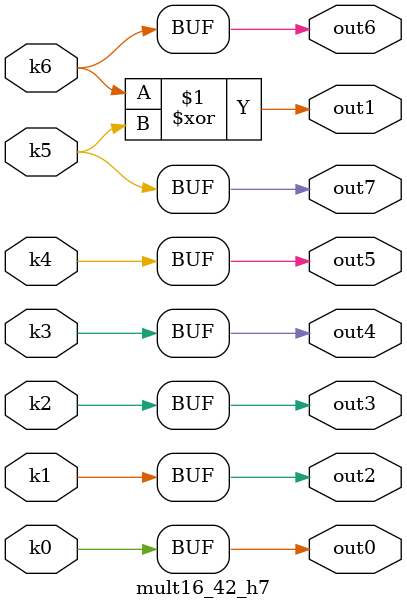
<source format=v>
module mult16_42(pi00, pi01, pi02, pi03, pi04, pi05, pi06, pi07, pi08, pi09, pi10, pi11, po0, po1, po2, po3, po4, po5, po6, po7);
input pi00, pi01, pi02, pi03, pi04, pi05, pi06, pi07, pi08, pi09, pi10, pi11;
output po0, po1, po2, po3, po4, po5, po6, po7;
wire k0, k1, k2, k3, k4, k5, k6;
mult16_42_w7 DUT1 (pi00, pi01, pi02, pi03, pi04, pi05, pi06, pi07, pi08, pi09, pi10, pi11, k0, k1, k2, k3, k4, k5, k6);
mult16_42_h7 DUT2 (k0, k1, k2, k3, k4, k5, k6, po0, po1, po2, po3, po4, po5, po6, po7);
endmodule

module mult16_42_w7(in11, in10, in9, in8, in7, in6, in5, in4, in3, in2, in1, in0, k6, k5, k4, k3, k2, k1, k0);
input in11, in10, in9, in8, in7, in6, in5, in4, in3, in2, in1, in0;
output k6, k5, k4, k3, k2, k1, k0;
assign k0 =   (in0 & ((~in2 & ((~in5 & ((~in11 & ((~in10 & ~in7 & in4 & in9) | (in7 & in6 & ~in9))) | (((in7 & in6 & ~in9) | (in4 & ~in6 & in9)) & (~in10 | in3)) | (in7 & in6 & (~in4 | (in10 & ~in3 & in9))) | (in4 & ((in10 & ~in3 & ~in9 & (~in7 | ~in6)) | (in3 & ~in7 & in9))) | (in1 & ~in7))) | (~in9 & (((~in10 | in3) & (in8 ? (in5 & ~in6) : (in7 & in6))) | (in10 & ~in3 & in4 & ((~in8 & (~in7 | ~in6)) | (in8 & in7 & in5 & in6))) | (in8 & ~in7 & in5 & (in3 | ~in4)))) | ((~in4 | (in10 & ~in3 & in9)) & (in8 ? (in5 & ~in6) : (in7 & in6))) | (in4 & ((in9 & ((~in10 & ((~in7 & in5 & in6) | (~in8 & ~in6))) | (~in8 & in3 & ~in6))) | (~in7 & ((in1 & ~in3) | (in5 & in6 & ~in10 & in8))))) | (in7 & ~in4 & in6 & in9))) | (in6 & ((in4 & ((~in7 & ((in9 & ((in11 & ((~in10 & ~in8 & ~in3 & in5) | (in10 & in3 & ~in5))) | (in3 & (in1 | (~in11 & in10 & ~in8 & in5))) | (in1 & (~in10 | (in8 & in5))))) | (in1 & in8 & in5 & (~in10 | in3)) | (~in11 & in10 & ~in3 & ~in5 & ~in9))) | (in10 & in7 & in5 & ~in9 & ((in11 & ~in8 & in3) | (in1 & in8 & ~in3))))) | (in7 & ((~in8 & ((in10 & ~in3 & in9 & (in1 | (in5 & ~in4))) | (~in9 & ((in1 & (~in10 | in3)) | (in11 & ~in10 & in3 & in5 & ~in4))) | (in1 & ~in4))) | (~in5 & ((in10 & ((in1 & ~in3 & in9) | (in3 & ~in4 & ~in9))) | (in1 & (~in4 | (~in9 & (~in11 | ~in10 | in3)))))) | (in1 & ~in4 & in9))))) | (in4 & ((in1 & (~in8 | ~in5) & ((in10 & ~in3 & ~in9 & (~in7 | ~in6)) | (~in6 & in9 & (~in10 | in3)))) | (in11 & in10 & in3 & in5 & (in8 ? (~in9 & (~in7 | ~in6)) : (~in6 & in9))))) | (in8 & in5 & ((~in4 & (~in6 | (~in7 & ~in9)) & (in1 | (in11 & ~in10 & in3))) | (in1 & ~in6 & ((in10 & ~in3 & in9) | (~in9 & (~in10 | in3)))))))) | (~in0 & ((~in2 & ((in7 & ((in1 & (~in5 | (~in3 & in4))) | (in6 & ((in4 & ((in9 & ((~in10 & in3) | (~in11 & (~in10 | (in3 & ~in5))))) | (in10 & ~in3 & ~in9 & (~in8 | ~in5)) | (~in10 & in8 & in5))) | (in8 & in5 & ~in9 & (~in4 | (~in11 & in3))))))) | ((~in7 | ~in6) & ((in10 & ~in3 & ((~in5 & in9) | (in8 & in5 & in4 & ~in9))) | (~in9 & ((~in10 & (~in8 | ~in5)) | (in3 & (~in5 | (~in11 & ~in8))))) | (~in5 & ~in4))) | (~in8 & ((in10 & ~in3 & in9 & (~in6 | (~in7 & in4))) | (~in4 & (~in6 | (~in7 & (~in10 | in3 | ~in9)))))) | (in8 & in9 & ((in5 & in4 & ~in6 & (~in10 | (~in11 & in3))) | (~in7 & ~in4 & in6))))) | (in1 & (((~in7 | ~in6) & (((~in8 | ~in5) & (~in4 | (in10 & ~in3 & in9) | (~in9 & (~in10 | in3)))) | (in10 & in8 & ~in3 & in5 & in4 & ~in9))) | (in4 & ((in7 & in6 & ((in10 & ~in3 & ~in9 & (~in8 | ~in5)) | ((~in10 | in3) & (in9 | (in8 & in5))) | (in8 & in5 & in9))) | (in8 & in5 & ~in6 & in9 & (~in10 | in3)))) | (~in4 & in6 & ((~in7 & in9) | (in8 & in7 & in5 & ~in9))))) | (~in11 & in10 & ~in3 & in7 & in6 & ~in9 & ~in5 & in4))) | (in1 & ~in2 & ((in8 & (~in4 | (~in10 & in5))) | (~in10 & (in3 | ~in4)) | (~in5 & (~in11 | ~in6)) | ((~in6 | ~in9) & (~in11 | ~in3)) | (~in3 & in4 & ~in11 & ~in8) | (in3 & ~in4)));
assign k1 =   (~in0 | ((((in6 | ~in4 | ~in9) & (~in7 | ~in6 | in9)) | (in8 & in5)) & (~in6 | (in7 ? (in4 | ~in9) : ((~in4 | ~in9) & (~in8 | ~in5)))) & (~in8 | ~in5 | in6 | (in4 & in9)) & (in3 | ~in10 | ~in4))) & (~in4 | ((in3 | ~in10 | (((in7 & in6) | ((~in9 | (in8 & in5)) & (~in8 | ~in5 | in9))) & (~in7 | ~in6 | in9 | (in8 & in5)))) & (~in8 | ~in5 | ~in7 | ~in6 | ~in9))) & (~in8 | ~in5 | in7 | ~in6 | in4 | ~in9);
assign k2 =   ((~in1 ^ in0) & ((((in4 & ~in6 & in9) | (in7 & in6 & ~in9)) & ((in2 & (~in5 | ~in8) & (in3 | ~in10)) | (~in11 & in3 & in5 & in8 & ~in2))) | ((~in7 | ~in6) & ((~in9 & ((~in2 & ((in3 & (~in5 | (~in11 & ~in8))) | (~in10 & (~in5 | ~in8)))) | (~in3 & in10 & in4 & in2 & (~in5 | ~in8)))) | (~in5 & ~in4 & ~in2))) | (in6 & ((in4 & (in2 ? ((~in7 & (((in3 | ~in10) & (in9 | (in5 & in8))) | (in5 & in8 & in9))) | (~in3 & in10 & in5 & in8 & in7 & ~in9)) : (in7 ? ((in9 & ((~in11 & (~in10 | (in3 & ~in5))) | (in3 & ~in10))) | (in10 & ~in9 & ((~in3 & (~in5 | ~in8)) | (in11 & in5 & ~in8))) | (~in10 & in5 & in8)) : ((in11 & (in3 ? (in10 & in8) : (~in8 & in9))) | (~in3 & in10 & (in9 | (in5 & in8))))))) | (~in2 & ((~in7 & ((in11 & ~in5 & (in3 ? in10 : in9)) | (in9 & ((in3 & in10 & in5) | (in8 & ~in4))))) | (in5 & in8 & ~in4 & in7 & ~in9))) | (in7 & in2 & (((~in5 | ~in8) & (~in4 | (~in3 & in10 & in9))) | (~in4 & in9))))) | (~in6 & ((~in2 & ((in10 & ((in11 & ((in5 & ~in8 & in9) | (in3 & in8 & in4 & ~in9))) | (~in3 & ((in5 & in8) ? (in4 & ~in9) : in9)))) | (~in10 & in5 & in8 & in4 & in9) | (~in8 & ~in4))) | (in5 & in8 & in2 & (~in4 | (~in3 & in10 & in9) | (~in9 & (in3 | ~in10)))))) | (~in4 & ((in5 & ((in8 & ~in7 & ~in9 & in2) | (~in3 & in10 & ~in8 & in7 & in9 & ~in2))) | (~in8 & ~in7 & ~in2 & (~in10 | ~in9)))))) | ((in1 ^ in0) & (((~in7 | ~in6) & (((~in5 | ~in8) & ((~in3 & in10 & ((in9 & in2) | (in4 & ~in9 & ~in2))) | (in2 & (~in4 | (~in9 & (in3 | ~in10)))))) | (in5 & ~in9 & ((in10 & in4 & ((~in3 & in8 & in2) | (in11 & ~in8 & ~in2))) | (~in11 & in3 & in8 & ~in2))))) | (~in2 & ((((in4 & ~in6 & in9) | (in7 & in6 & ~in9)) & ((in3 & (~in5 | (~in11 & ~in8))) | (~in10 & (~in5 | ~in8)))) | (in9 & ((in4 & ((in11 & ((in7 & in6 & ~in3 & ~in8) | (in3 & in10 & in8 & ~in6))) | (~in7 & ((~in11 & ((in3 & ~in5) | (~in10 & in6))) | (in3 & ~in10 & in6))) | (~in3 & in10 & in7 & in6))) | (~in3 & ((in7 & in6 & in11 & ~in5) | (in10 & in5 & in8 & ~in6))) | (in5 & in7 & ((in8 & ~in4) | (in3 & in10 & in6))))) | (in6 & ((in7 & ((in10 & ((in11 & in3 & (~in5 | (in8 & in4))) | (in8 & in4 & ~in3 & in5))) | (~in4 & (~in5 | (~in8 & (~in10 | ~in9)))))) | (~in10 & in5 & in8 & in4 & ~in7))) | (in5 & in8 & ((~in4 & (~in6 | (~in7 & ~in9))) | (~in10 & ~in6 & ~in9))))) | (in6 & ((in2 & ((in7 & ((in4 & (((in3 | ~in10) & (in9 | (in5 & in8))) | (in5 & in8 & in9) | (~in3 & in10 & ~in9 & (~in5 | ~in8)))) | (in5 & in8 & ~in4 & ~in9))) | (~in4 & ~in7 & in9))) | (~in3 & in10 & in5 & ~in8 & ~in4 & ~in7 & in9))) | (in5 & in8 & in4 & ~in6 & in9 & in2 & (in3 | ~in10))));
assign k3 =   in3 ? ((in9 & in6 & ((in11 & ~in10 & in4) | (in5 & in10 & ~in4))) | (in10 & in4 & (((~in11 | ~in5) & (~in9 | ~in6)) | (~in11 & ~in5)))) : ((in8 & ((in11 & in5 & ~in10 & in4) | (in10 & ~in4))) | (~in11 & ((~in5 & ~in10) | (~in8 & in9 & in6 & in5 & in4))) | (~in8 & ((in9 & in6 & in5 & in10 & in4) | (~in10 & ~in4))) | ((~in9 | ~in6) & ((in11 & in5) | ~in10 | ~in4)) | (~in5 & (~in4 | (in11 & in9 & in6 & in10))));
assign k4 =   ((~in9 | ~in6) & ((in11 & in4 & (~in10 | ~in5)) | (in10 & in5 & (~in11 | ~in4)))) | (in9 & in6 & (((~in10 | ~in5) & (~in11 | ~in4)) | (in11 & in10 & in5 & in4)));
assign k5 =   in5 & in10;
assign k6 =   (~in11 | ~in5) & (~in6 | ~in10);
endmodule

module mult16_42_h7(k6, k5, k4, k3, k2, k1, k0, out7, out6, out5, out4, out3, out2, out1, out0);
input k6, k5, k4, k3, k2, k1, k0;
output out7, out6, out5, out4, out3, out2, out1, out0;
assign out0 = k0;
assign out1 = k6 ^ k5;
assign out2 = k1;
assign out3 = k2;
assign out4 = k3;
assign out5 = k4;
assign out6 = k6;
assign out7 = k5;
endmodule

</source>
